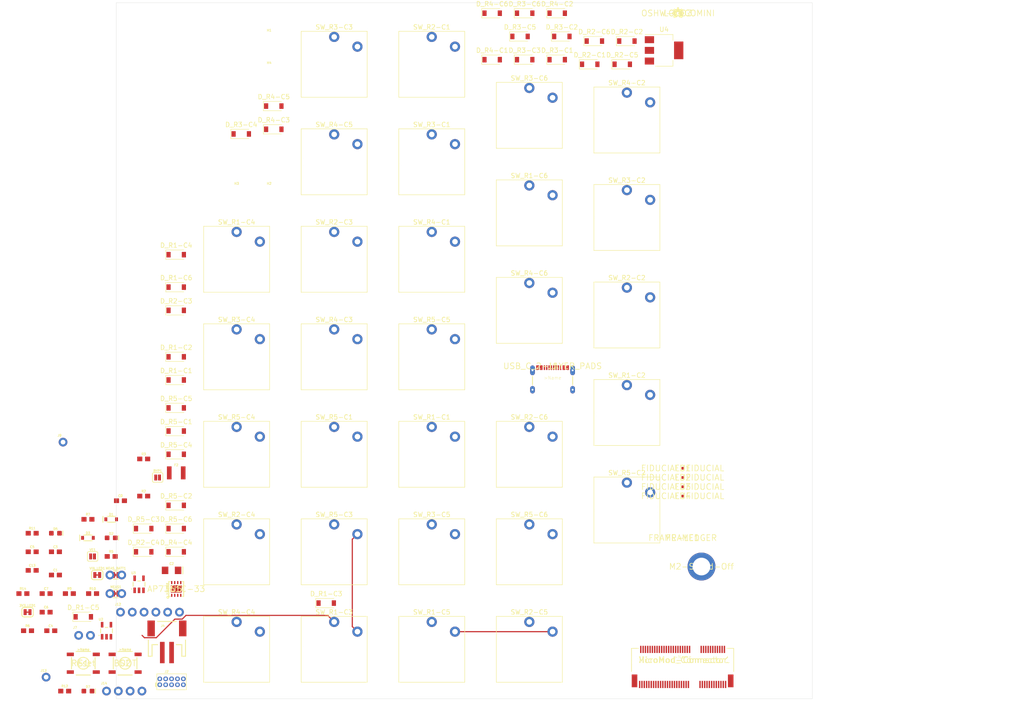
<source format=kicad_pcb>
(kicad_pcb (version 20211014) (generator pcbnew)
  (layers (0 "F.Cu" signal) (31 "B.Cu" signal) (34 "B.Paste" user) (35 "F.Paste" user) (36 "B.SilkS" user "B.Silkscreen") (37 "F.SilkS" user "F.Silkscreen") (38 "B.Mask" user) (39 "F.Mask" user) (44 "Edge.Cuts" user))
  (net 0 "")
  (net 1 "Net-(3V3_LED1-Pad1)")
  (net 2 "3.3V")
  (net 3 "V_USB")
  (net 4 "VIN")
  (net 5 "GND")
  (net 6 "5V")
  (net 7 "V_BATT")
  (net 8 "/3.3V_LP")
  (net 9 "Net-(D1-PadC)")
  (net 10 "Net-(D2-PadC)")
  (net 11 "Net-(D5-PadA)")
  (net 12 "Net-(D7-PadA)")
  (net 13 "Net-(D_R1-C1-Pad2)")
  (net 14 "Net-(D_R1-C2-Pad2)")
  (net 15 "Net-(D_R2-C1-Pad2)")
  (net 16 "Net-(D_R2-C2-Pad2)")
  (net 17 "Net-(D_R2-C3-Pad2)")
  (net 18 "Net-(D_R2-C4-Pad2)")
  (net 19 "Net-(D_R2-C5-Pad2)")
  (net 20 "Net-(D_R2-C6-Pad2)")
  (net 21 "Net-(D_R3-C1-Pad2)")
  (net 22 "Net-(D_R3-C2-Pad2)")
  (net 23 "Net-(D_R3-C3-Pad2)")
  (net 24 "Net-(D_R3-C4-Pad2)")
  (net 25 "Net-(D_R3-C5-Pad2)")
  (net 26 "Net-(D_R3-C6-Pad2)")
  (net 27 "Net-(D_R4-C1-Pad2)")
  (net 28 "Net-(D_R4-C2-Pad2)")
  (net 29 "Net-(D_R4-C3-Pad2)")
  (net 30 "Net-(D_R4-C4-Pad2)")
  (net 31 "Net-(D_R4-C5-Pad2)")
  (net 32 "Net-(D_R4-C6-Pad2)")
  (net 33 "Net-(D_R5-C1-Pad2)")
  (net 34 "Net-(D_R5-C2-Pad2)")
  (net 35 "Net-(D_R5-C3-Pad2)")
  (net 36 "Net-(D_R5-C4-Pad2)")
  (net 37 "Net-(D_R5-C5-Pad2)")
  (net 38 "Net-(D_R5-C6-Pad2)")
  (net 39 "Net-(J1-PadA5)")
  (net 40 "/USB_D+")
  (net 41 "/USB_D-")
  (net 42 "Net-(J1-PadB5)")
  (net 43 "Net-(J1-PadSHLD1)")
  (net 44 "/SWDIO")
  (net 45 "/SWDCK")
  (net 47 "/~{RESET}")
  (net 50 "/3.3V_EN")
  (net 51 "/D0")
  (net 52 "/~{BOOT}")
  (net 53 "/I2C_SDA")
  (net 54 "/I2C_SCL")
  (net 55 "/I2C_~{INT}")
  (net 56 "/D1")
  (net 57 "/PWM0")
  (net 58 "/A0")
  (net 59 "/A1")
  (net 60 "/PWM1")
  (net 61 "/VIN{slash}3")
  (net 62 "/SD_~{CS}")
  (net 63 "/SPI_SCK")
  (net 64 "/SPI_COPI")
  (net 65 "/SPI_CIPO")
  (net 66 "/RTC_3V")
  (net 67 "/HEADER_~{CS}")
  (net 68 "/QWIIC_PWR")
  (net 69 "Net-(MEAS1-Pad1)")
  (net 70 "Net-(R6-Pad2)")
  (net 71 "Net-(R7-Pad1)")
  (net 72 "Net-(R12-Pad2)")
  (net 73 "/PERIPHERAL_PWR_CTRL")
  (net 78 "Net-(D_R1-C3-Pad2)")
  (net 79 "Net-(D_R1-C4-Pad2)")
  (net 80 "Net-(D_R1-C5-Pad2)")
  (net 81 "Net-(D_R1-C6-Pad2)")
  (net 106 "Row_1")
  (net 107 "Row_2")
  (net 108 "Row_3")
  (net 109 "Row_4")
  (net 110 "Row_5")
  (net 111 "Col_6")
  (net 112 "Col_5")
  (net 113 "Col_4")
  (net 114 "Col_3")
  (net 115 "Col_2")
  (net 116 "Col_1")
  (footprint "MicroMod-Datalogging-CarrierBoard:SOD-323" (layer "F.Cu") (at 51 136)
    (fp_text reference "D1")
    (fp_text value "3.3V")
  )
  (footprint "Diode_SMD:D_SOD-123" (layer "F.Cu") (at 65 106)
    (fp_text reference "D_R1-C1")
    (fp_text value "1N4148W")
  )
  (footprint "Diode_SMD:D_SOD-123" (layer "F.Cu") (at 86 52)
    (fp_text reference "D_R4-C3")
    (fp_text value "1N4148W")
  )
  (footprint "MicroMod-Datalogging-CarrierBoard:OSHW-LOGO-MINI" (layer "F.Cu") (at 173 27)
    (fp_text reference "LOGO3")
    (fp_text value "OSHW-LOGOMINI")
  )
  (footprint "MicroMod-Datalogging-CarrierBoard:0603" (layer "F.Cu") (at 39 143)
    (fp_text reference "C3")
    (fp_text value "4.7uF")
  )
  (footprint "Switch_Keyboard_Kailh:SW_Kailh_Choc_V1_1.00u" (layer "F.Cu") (at 120 164)
    (fp_text reference "SW_R1-C5")
    (fp_text value " ")
  )
  (footprint "MicroMod-Datalogging-CarrierBoard:STAND-OFF" (layer "F.Cu") (at 78 66)
    (fp_text reference "H3")
    (fp_text value "STAND-OFF")
  )
  (footprint "Diode_SMD:D_SOD-123" (layer "F.Cu") (at 148 32)
    (fp_text reference "D_R3-C2")
    (fp_text value "1N4148W")
  )
  (footprint "Diode_SMD:D_SOD-123" (layer "F.Cu") (at 155 33)
    (fp_text reference "D_R2-C6")
    (fp_text value "1N4148W")
  )
  (footprint "Package_TO_SOT_SMD:SOT-223-3_TabPin2" (layer "F.Cu") (at 170 35)
    (fp_text reference "U4")
    (fp_text value "AP7361C-33E")
  )
  (footprint "MicroMod-Datalogging-CarrierBoard:1X01_NO_SILK" (layer "F.Cu") (at 40.64 119.38)
    (fp_text reference "J9")
    (fp_text value "CONN_01")
  )
  (footprint "MicroMod-Datalogging-CarrierBoard:TACTILE_SWITCH_SMD_5.2MM" (layer "F.Cu") (at 54 167)
    (fp_text reference "S2")
    (fp_text value "BOOT")
  )
  (footprint "MicroMod-Datalogging-CarrierBoard:2X5-PTH-1.27MM" (layer "F.Cu") (at 64 171)
    (fp_text reference "J2")
    (fp_text value "JTAG")
  )
  (footprint "Switch_Keyboard_Kailh:SW_Kailh_Choc_V1_1.00u" (layer "F.Cu") (at 120 38)
    (fp_text reference "SW_R2-C1")
    (fp_text value " ")
  )
  (footprint "MicroMod-Datalogging-CarrierBoard:SOD-323" (layer "F.Cu") (at 46 140)
    (fp_text reference "D3")
    (fp_text value "3A/10V/280mV")
  )
  (footprint "Diode_SMD:D_SOD-123" (layer "F.Cu") (at 65 112)
    (fp_text reference "D_R5-C5")
    (fp_text value "1N4148W")
  )
  (footprint "MicroMod-Datalogging-CarrierBoard:0603" (layer "F.Cu") (at 39 148)
    (fp_text reference "C1")
    (fp_text value "0.1uF")
  )
  (footprint "MicroMod-Datalogging-CarrierBoard:UDFN-8" (layer "F.Cu") (at 65 151)
    (fp_text reference "U5")
    (fp_text value "AP7361C-33")
  )
  (footprint "MicroMod-Datalogging-CarrierBoard:SOT23-5" (layer "F.Cu") (at 50 160)
    (fp_text reference "U2")
    (fp_text value "MCP73831")
  )
  (footprint "Diode_SMD:D_SOD-123" (layer "F.Cu") (at 58 143)
    (fp_text reference "D_R2-C4")
    (fp_text value "1N4148W")
  )
  (footprint "Diode_SMD:D_SOD-123" (layer "F.Cu") (at 162 33)
    (fp_text reference "D_R2-C2")
    (fp_text value "1N4148W")
  )
  (footprint "MicroMod-Datalogging-CarrierBoard:0603" (layer "F.Cu") (at 33 160)
    (fp_text reference "R6")
    (fp_text value "2.2k")
  )
  (footprint "MicroMod-Datalogging-CarrierBoard:STAND-OFF-REFLOW-M2.5" (layer "F.Cu") (at 178.054 146.177)
    (fp_text reference "H5")
    (fp_text value "M2-Stand-Off")
  )
  (footprint "Diode_SMD:D_SOD-123" (layer "F.Cu") (at 139 32)
    (fp_text reference "D_R3-C5")
    (fp_text value "1N4148W")
  )
  (footprint "Diode_SMD:D_SOD-123" (layer "F.Cu") (at 140 37)
    (fp_text reference "D_R3-C3")
    (fp_text value "1N4148W")
  )
  (footprint "MicroMod-Datalogging-CarrierBoard:STAND-OFF" (layer "F.Cu") (at 85 66)
    (fp_text reference "H2")
    (fp_text value "STAND-OFF")
  )
  (footprint "MicroMod-Datalogging-CarrierBoard:0603" (layer "F.Cu") (at 58 131)
    (fp_text reference "R2")
    (fp_text value "5.1k")
  )
  (footprint "MicroMod-Datalogging-CarrierBoard:SMT-JUMPER_2_NC_TRACE_SILK" (layer "F.Cu") (at 33 156)
    (fp_text reference "3V3_LED1")
    (fp_text value "JUMPER-SMT_2_NC_TRACE_SILK")
  )
  (footprint "Switch_Keyboard_Kailh:SW_Kailh_Choc_V1_1.00u" (layer "F.Cu") (at 99 122)
    (fp_text reference "SW_R5-C1")
    (fp_text value " ")
  )
  (footprint "Switch_Keyboard_Kailh:SW_Kailh_Choc_V1_1.00u" (layer "F.Cu") (at 99 101)
    (fp_text reference "SW_R4-C3")
    (fp_text value " ")
  )
  (footprint "Diode_SMD:D_SOD-123" (layer "F.Cu") (at 161 38)
    (fp_text reference "D_R2-C5")
    (fp_text value "1N4148W")
  )
  (footprint "Switch_Keyboard_Kailh:SW_Kailh_Choc_V1_1.00u" (layer "F.Cu") (at 78 143)
    (fp_text reference "SW_R2-C4")
    (fp_text value " ")
  )
  (footprint "MicroMod-Datalogging-CarrierBoard:0603" (layer "F.Cu") (at 58 123)
    (fp_text reference "R3")
    (fp_text value "5.1k")
  )
  (footprint "MicroMod-Datalogging-CarrierBoard:SMT-JUMPER_2_NO_SILK" (layer "F.Cu") (at 61 127)
    (fp_text reference "BYP1")
    (fp_text value "JUMPER-SMT_2_NO_SILK")
  )
  (footprint "MicroMod-Datalogging-CarrierBoard:1210" (layer "F.Cu") (at 65 126)
    (fp_text reference "F2")
    (fp_text value "6V/2A")
  )
  (footprint "MicroMod-Datalogging-CarrierBoard:1X01_NO_SILK" (layer "F.Cu") (at 37 170)
    (fp_text reference "J13")
    (fp_text value "CONN_1")
  )
  (footprint "MicroMod-Datalogging-CarrierBoard:STAND-OFF" (layer "F.Cu") (at 85 33)
    (fp_text reference "H1")
    (fp_text value "STAND-OFF")
  )
  (footprint "Diode_SMD:D_SOD-123" (layer "F.Cu") (at 65 117)
    (fp_text reference "D_R5-C1")
    (fp_text value "1N4148W")
  )
  (footprint "Switch_Keyboard_Kailh:SW_Kailh_Choc_V1_1.00u" (layer "F.Cu") (at 120 101)
    (fp_text reference "SW_R5-C5")
    (fp_text value " ")
  )
  (footprint "Diode_SMD:D_SOD-123" (layer "F.Cu") (at 65 133)
    (fp_text reference "D_R5-C2")
    (fp_text value "1N4148W")
  )
  (footprint "Switch_Keyboard_Kailh:SW_Kailh_Choc_V1_1.00u" (layer "F.Cu") (at 120 59)
    (fp_text reference "SW_R3-C1")
    (fp_text value " ")
  )
  (footprint "Diode_SMD:D_SOD-123" (layer "F.Cu") (at 65 122)
    (fp_text reference "D_R5-C4")
    (fp_text value "1N4148W")
  )
  (footprint "MicroMod-Datalogging-CarrierBoard:FIDUCIAL-MICRO" (layer "F.Cu") (at 174 129)
    (fp_text reference "FD3")
    (fp_text value "FIDUCIALUFIDUCIAL")
  )
  (footprint "Switch_Keyboard_Kailh:SW_Kailh_Choc_V1_1.00u" (layer "F.Cu") (at 162 92)
    (fp_text reference "SW_R2-C2")
    (fp_text value " ")
  )
  (footprint "Switch_Keyboard_Kailh:SW_Kailh_Choc_V1_1.00u" (layer "F.Cu") (at 162 113)
    (fp_text reference "SW_R1-C2")
    (fp_text value " ")
  )
  (footprint "MicroMod-Datalogging-CarrierBoard:0603" (layer "F.Cu") (at 34 139)
    (fp_text reference "R11")
    (fp_text value "1k")
  )
  (footprint "Diode_SMD:D_SOD-123" (layer "F.Cu") (at 133 27)
    (fp_text reference "D_R4-C6")
    (fp_text value "1N4148W")
  )
  (footprint "Diode_SMD:D_SOD-123" (layer "F.Cu") (at 147 37)
    (fp_text reference "D_R3-C1")
    (fp_text value "1N4148W")
  )
  (footprint "Switch_Keyboard_Kailh:SW_Kailh_Choc_V1_1.00u" (layer "F.Cu") (at 99 59)
    (fp_text reference "SW_R4-C5")
    (fp_text value " ")
  )
  (footprint "MicroMod-Datalogging-CarrierBoard:1X06_NO_SILK" (layer "F.Cu") (at 53 156)
    (fp_text reference "J12")
    (fp_text value "SPI")
  )
  (footprint "Switch_Keyboard_Kailh:SW_Kailh_Choc_V1_1.00u" (layer "F.Cu") (at 99 38)
    (fp_text reference "SW_R3-C3")
    (fp_text value " ")
  )
  (footprint "MicroMod-Datalogging-CarrierBoard:0603" (layer "F.Cu") (at 42 152)
    (fp_text reference "R9")
    (fp_text value "10k")
  )
  (footprint "MicroMod-Datalogging-CarrierBoard:0603" (layer "F.Cu") (at 37 152)
    (fp_text reference "C7")
    (fp_text value "0.22uF")
  )
  (footprint "Diode_SMD:D_SOD-123" (layer "F.Cu") (at 86 47)
    (fp_text reference "D_R4-C5")
    (fp_text value "1N4148W")
  )
  (footprint "Diode_SMD:D_SOD-123" (layer "F.Cu") (at 133 37)
    (fp_text reference "D_R4-C1")
    (fp_text value "1N4148W")
  )
  (footprint "MicroMod-Datalogging-CarrierBoard:M.2-CONNECTOR-E" (layer "F.Cu") (at 173.99 166.2985)
    (fp_text reference "MicroMod_Connector1")
    (fp_text value "MicoMod-Connector")
  )
  (footprint "Switch_Keyboard_Kailh:SW_Kailh_Choc_V1_1.00u" (layer "F.Cu") (at 141 164)
    (fp_text reference "SW_R2-C5")
    (fp_text value " ")
  )
  (footprint "Switch_Keyboard_Kailh:SW_Kailh_Choc_V1_1.00u" (layer "F.Cu") (at 162 71)
    (fp_text reference "SW_R3-C2")
    (fp_text value " ")
  )
  (footprint "Switch_Keyboard_Kailh:SW_Kailh_Choc_V1_1.00u" (layer "F.Cu") (at 99 80)
    (fp_text reference "SW_R2-C3")
    (fp_text value " ")
  )
  (footprint "Switch_Keyboard_Kailh:SW_Kailh_Choc_V1_1.00u" (layer "F.Cu") (at 141 143)
    (fp_text reference "SW_R5-C6")
    (fp_text value " ")
  )
  (footprint "Switch_Keyboard_Kailh:SW_Kailh_Choc_V1_1.00u" (layer "F.Cu") (at 78 164)
    (fp_text reference "SW_R4-C4")
    (fp_text value " ")
  )
  (footprint "MicroMod-Datalogging-CarrierBoard:0603" (layer "F.Cu") (at 51 144)
    (fp_text reference "R5")
    (fp_text value "100k")
  )
  (footprint "Switch_Keyboard_Kailh:SW_Kailh_Choc_V1_1.00u" (layer "F.Cu") (at 141 49)
    (fp_text reference "SW_R3-C6")
    (fp_text value " ")
  )
  (footprint "Switch_Keyboard_Kailh:SW_Kailh_Choc_V1_1.00u" (layer "F.Cu") (at 78 101)
    (fp_text reference "SW_R3-C4")
    (fp_text value " ")
  )
  (footprint "Switch_Keyboard_Kailh:SW_Kailh_Choc_V1_1.00u" (layer "F.Cu") (at 141 91)
    (fp_text reference "SW_R4-C6")
    (fp_text value " ")
  )
  (footprint "Switch_Keyboard_Kailh:SW_Kailh_Choc_V1_1.00u" (layer "F.Cu") (at 78 122)
    (fp_text reference "SW_R5-C4")
    (fp_text value " ")
  )
  (footprint "Diode_SMD:D_SOD-123" (layer "F.Cu") (at 65 91)
    (fp_text reference "D_R2-C3")
    (fp_text value "1N4148W")
  )
  (footprint "MicroMod-Datalogging-CarrierBoard:1X04_NO_SILK" (layer "F.Cu") (at 50 173)
    (fp_text reference "J14")
    (fp_text value "I2C")
  )
  (footprint "Diode_SMD:D_SOD-123" (layer "F.Cu") (at 65 138)
    (fp_text reference "D_R5-C6")
    (fp_text value "1N4148W")
  )
  (footprint "MicroMod-Datalogging-CarrierBoard:JST-2-SMD" (layer "F.Cu") (at 63 161)
    (fp_text reference "J4")
    (fp_text value "JST_2MM_MALE")
  )
  (footprint "Switch_Keyboard_Kailh:SW_Kailh_Choc_V1_1.00u" (layer "F.Cu") (at 162 134)
    (fp_text reference "SW_R5-C2")
    (fp_text value " ")
  )
  (footprint "Switch_Keyboard_Kailh:SW_Kailh_Choc_V1_1.00u" (layer "F.Cu") (at 78 80)
    (fp_text reference "SW_R1-C4")
    (fp_text value " ")
  )
  (footprint "MicroMod-Datalogging-CarrierBoard:1X02_NO_SILK" (layer "F.Cu") (at 44 161)
    (fp_text reference "J7")
    (fp_text value "CONN_021X02")
  )
  (footprint "Switch_Keyboard_Kailh:SW_Kailh_Choc_V1_1.00u" (layer "F.Cu") (at 99 164)
    (fp_text reference "SW_R1-C3")
    (fp_text value " ")
  )
  (footprint "Switch_Keyboard_Kailh:SW_Kailh_Choc_V1_1.00u" (layer "F.Cu") (at 141 122)
    (fp_text reference "SW_R2-C6")
    (fp_text value " ")
  )
  (footprint "MicroMod-Datalogging-CarrierBoard:0603" (layer "F.Cu") (at 46 136)
    (fp_text reference "R7")
    (fp_text value "1k")
  )
  (footprint "MicroMod-Datalogging-CarrierBoard:LED-0603" (layer "F.Cu") (at 51 140)
    (fp_text reference "D2")
    (fp_text value "Yellow")
  )
  (footprint "MicroMod-Datalogging-CarrierBoard:SOT23-5" (layer "F.Cu") (at 57 150)
    (fp_text reference "U3")
    (fp_text value "3.3V")
  )
  (footprint "MicroMod-Datalogging-CarrierBoard:FIDUCIAL-MICRO" (layer "F.Cu") (at 174 127)
    (fp_text reference "FD2")
    (fp_text value "FIDUCIALUFIDUCIAL")
  )
  (footprint "MicroMod-Datalogging-CarrierBoard:0603" (layer "F.Cu") (at 34 147)
    (fp_text reference "C13")
    (fp_text value "0.22uF")
  )
  (footprint "MicroMod-Datalogging-CarrierBoard:STAND-OFF" (layer "F.Cu") (at 85 40)
    (fp_text reference "H4")
    (fp_text value "STAND-OFF")
  )
  (footprint "Diode_SMD:D_SOD-123" (layer "F.Cu") (at 45 157)
    (fp_text reference "D_R1-C5")
    (fp_text value "1N4148W")
  )
  (footprint "MicroMod-Datalogging-CarrierBoard:COMBO-JUMPER_2_NC_TRACE" (layer "F.Cu") (at 52 152)
    (fp_text reference "MEAS1")
    (fp_text value "JUMPER")
  )
  (footprint "MicroMod-Datalogging-CarrierBoard:0603" (layer "F.Cu") (at 38 160)
    (fp_text reference "C4")
    (fp_text value "4.7uF")
  )
  (footprint "Diode_SMD:D_SOD-123" (layer "F.Cu") (at 79 53)
    (fp_text reference "D_R3-C4")
    (fp_text value "1N4148W")
  )
  (footprint "Diode_SMD:D_SOD-123" (layer "F.Cu") (at 58 138)
    (fp_text reference "D_R5-C3")
    (fp_text value "1N4148W")
  )
  (footprint "Switch_Keyboard_Kailh:SW_Kailh_Choc_V1_1.00u" (layer "F.Cu") (at 141 70)
    (fp_text reference "SW_R1-C6")
    (fp_text value " ")
  )
  (footprint "MicroMod-Datalogging-CarrierBoard:EIA3216" (layer "F.Cu") (at 64 147)
    (fp_text reference "C2")
    (fp_text value "10uF")
  )
  (footprint "Diode_SMD:D_SOD-123" (layer "F.Cu") (at 147 27)
    (fp_text reference "D_R4-C2")
    (fp_text value "1N4148W")
  )
  (footprint "Diode_SMD:D_SOD-123" (layer "F.Cu") (at 65 101)
    (fp_text reference "D_R1-C2")
    (fp_text value "1N4148W")
  )
  (footprint "Diode_SMD:D_SOD-123" (layer "F.Cu") (at 140 27)
    (fp_text reference "D_R3-C6")
    (fp_text value "1N4148W")
  )
  (footprint "Diode_SMD:D_SOD-123" (layer "F.Cu") (at 65 86)
    (fp_text reference "D_R1-C6")
    (fp_text value "1N4148W")
  )
  (footprint "MicroMod-Datalogging-CarrierBoard:USB-C-16P-2LAYER-PADS" (layer "F.Cu") (at 146 103)
    (fp_text reference "J1")
    (fp_text value "USB_C_2-LAYER_PADS")
  )
  (footprint "MicroMod-Datalogging-CarrierBoard:TACTILE_SWITCH_SMD_5.2MM" (layer "F.Cu") (at 45 167)
    (fp_text reference "S1")
    (fp_text value "Reset")
  )
  (footprint "MicroMod-Datalogging-CarrierBoard:CREATIVE_COMMONS" (layer "F.Cu") (at 174 140)
    (fp_text reference "FRAME1")
    (fp_text value "FRAME-LEDGER")
  )
  (footprint "Diode_SMD:D_SOD-123" (layer "F.Cu") (at 154 38)
    (fp_text reference "D_R2-C1")
    (fp_text value "1N4148W")
  )
  (footprint "MicroMod-Datalogging-CarrierBoard:LED-0603" (layer "F.Cu") (at 46 173)
    (fp_text reference "D7")
    (fp_text value "Yellow")
  )
  (footprint "Diode_SMD:D_SOD-123" (layer "F.Cu") (at 97.282 154.051)
    (fp_text reference "D_R1-C3")
    (fp_text value "1N4148W")
  )
  (footprint "MicroMod-Datalogging-CarrierBoard:FIDUCIAL-MICRO" (layer "F.Cu") (at 174 125)
    (fp_text reference "FD1")
    (fp_text value "FIDUCIALUFIDUCIAL")
  )
  (footprint "MicroMod-Datalogging-CarrierBoard:0603" (layer "F.Cu") (at 47 152)
    (fp_text reference "R10")
    (fp_text value "20k")
  )
  (footprint "MicroMod-Datalogging-CarrierBoard:0603" (layer "F.Cu") (at 34 143)
    (fp_text reference "C5")
    (fp_text value "1.0uF")
  )
  (footprint "MicroMod-Datalogging-CarrierBoard:SMT-JUMPER_2_NO_SILK" (layer "F.Cu") (at 47 144)
    (fp_text reference "VE1")
    (fp_text value "JMP_2")
  )
  (footprint "Diode_SMD:D_SOD-123" (layer "F.Cu") (at 65 143)
    (fp_text reference "D_R4-C4")
    (fp_text value "1N4148W")
  )
  (footprint "Switch_Keyboard_Kailh:SW_Kailh_Choc_V1_1.00u" (layer "F.Cu") (at 120 80)
    (fp_text reference "SW_R4-C1")
    (fp_text value " ")
  )
  (footprint "Switch_Keyboard_Kailh:SW_Kailh_Choc_V1_1.00u" (layer "F.Cu") (at 162 50)
    (fp_text reference "SW_R4-C2")
    (fp_text value " ")
  )
  (footprint "MicroMod-Datalogging-CarrierBoard:COMBO-JUMPER_2_NC_TRACE" (layer "F.Cu") (at 52 148)
    (fp_text reference "MEAS_BATT1")
    (fp_text value "JMP")
  )
  (footprint "Switch_Keyboard_Kailh:SW_Kailh_Choc_V1_1.00u" (layer "F.Cu") (at 99 143)
    (fp_text reference "SW_R5-C3")
    (fp_text value " ")
  )
  (footprint "MicroMod-Datalogging-CarrierBoard:LED-0603" (layer "F.Cu") (at 39 139)
    (fp_text reference "D5")
    (fp_text value "RED")
  )
  (footprint "MicroMod-Datalogging-CarrierBoard:SMT-JUMPER_2_NC_TRACE_SILK" (layer "F.Cu") (at 48 148)
    (fp_text reference "VIN_LED1")
    (fp_text value "JUMPER-SMT_2_NC_TRACE_SILK")
  )
  (footprint "MicroMod-Datalogging-CarrierBoard:FIDUCIAL-MICRO" (layer "F.Cu") (at 174 131)
    (fp_text reference "FD4")
    (fp_text value "FIDUCIALUFIDUCIAL")
  )
  (footprint "MicroMod-Datalogging-CarrierBoard:0603" (layer "F.Cu") (at 41 173)
    (fp_text reference "R12")
    (fp_text value "4.7k")
  )
  (footprint "MicroMod-Datalogging-CarrierBoard:0603" (layer "F.Cu") (at 37 156)
    (fp_text reference "C6")
    (fp_text value "0.1uF")
  )
  (footprint "MicroMod-Datalogging-CarrierBoard:0603" (layer "F.Cu") (at 32 152)
    (fp_text reference "R14")
    (fp_text value "100k")
  )
  (footprint "Diode_SMD:D_SOD-123" (layer "F.Cu") (at 65 79)
    (fp_text reference "D_R1-C4")
    (fp_text value "1N4148W")
  )
  (footprint "MicroMod-Datalogging-CarrierBoard:0603" (layer "F.Cu") (at 53 132)
    (fp_text reference "C8")
    (fp_text value "1.0uF")
  )
  (footprint "Switch_Keyboard_Kailh:SW_Kailh_Choc_V1_1.00u" (layer "F.Cu") (at 120 122)
    (fp_text reference "SW_R1-C1")
    (fp_text value " ")
  )
  (footprint "Switch_Keyboard_Kailh:SW_Kailh_Choc_V1_1.00u" (layer "F.Cu") (at 120 143)
    (fp_text reference "SW_R3-C5")
    (fp_text value " ")
  )
  (gr_rect (start 52.07 24.765) (end 201.93 174.625) (layer "Edge.Cuts") (width 0.05) (fill none))
  (segment (start 66.294 157.497689) (end 64.706933 157.497689) (width 0.25) (layer "F.Cu") (net 78))
  (segment (start 58.152311 161.502311) (end 57.65 161) (width 0.25) (layer "F.Cu") (net 78))
  (segment (start 67.094 156.697689) (end 66.294 157.497689) (width 0.25) (layer "F.Cu") (net 78))
  (segment (start 64.706933 157.497689) (end 60.702311 161.502311) (width 0.25) (layer "F.Cu") (net 78))
  (segment (start 99 158.1) (end 97.597689 156.697689) (width 0.25) (layer "F.Cu") (net 78))
  (segment (start 97.597689 156.697689) (end 67.094 156.697689) (width 0.25) (layer "F.Cu") (net 78))
  (segment (start 60.702311 161.502311) (end 58.152311 161.502311) (width 0.25) (layer "F.Cu") (net 78))
  (segment (start 125 160.2) (end 146 160.2) (width 0.25) (layer "F.Cu") (net 112))
  (segment (start 102.900001 140.299999) (end 104 139.2) (width 0.25) (layer "F.Cu") (net 114))
  (segment (start 104 160.2) (end 102.900001 159.100001) (width 0.25) (layer "F.Cu") (net 114))
  (segment (start 102.900001 159.100001) (end 102.900001 140.299999) (width 0.25) (layer "F.Cu") (net 114))
)
</source>
